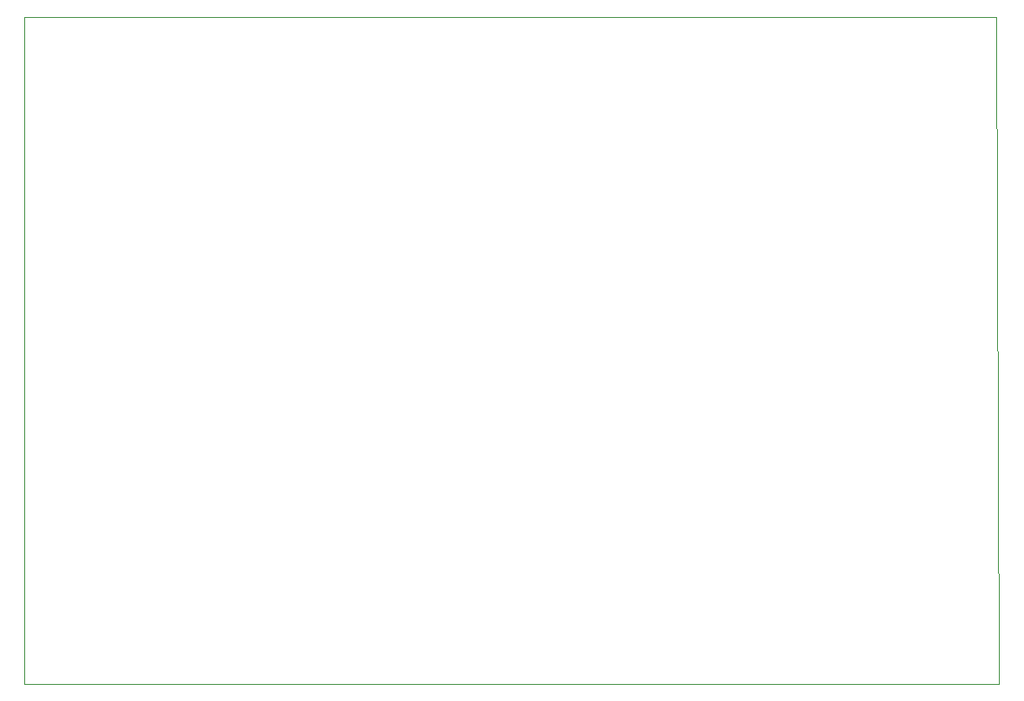
<source format=gbr>
G04 #@! TF.GenerationSoftware,KiCad,Pcbnew,(5.99.0-1678-g980aefea4-dirty)*
G04 #@! TF.CreationDate,2020-06-13T12:10:46+02:00*
G04 #@! TF.ProjectId,monitor_ESP32,6d6f6e69-746f-4725-9f45-535033322e6b,rev?*
G04 #@! TF.SameCoordinates,Original*
G04 #@! TF.FileFunction,Profile,NP*
%FSLAX46Y46*%
G04 Gerber Fmt 4.6, Leading zero omitted, Abs format (unit mm)*
G04 Created by KiCad (PCBNEW (5.99.0-1678-g980aefea4-dirty)) date 2020-06-13 12:10:47*
%MOMM*%
%LPD*%
G01*
G04 APERTURE LIST*
G04 #@! TA.AperFunction,Profile*
%ADD10C,0.050000*%
G04 #@! TD*
G04 APERTURE END LIST*
D10*
X193548000Y-131572000D02*
X193294000Y-68580000D01*
X101600000Y-131572000D02*
X193548000Y-131572000D01*
X101600000Y-68580000D02*
X101600000Y-131572000D01*
X193294000Y-68580000D02*
X101600000Y-68580000D01*
M02*

</source>
